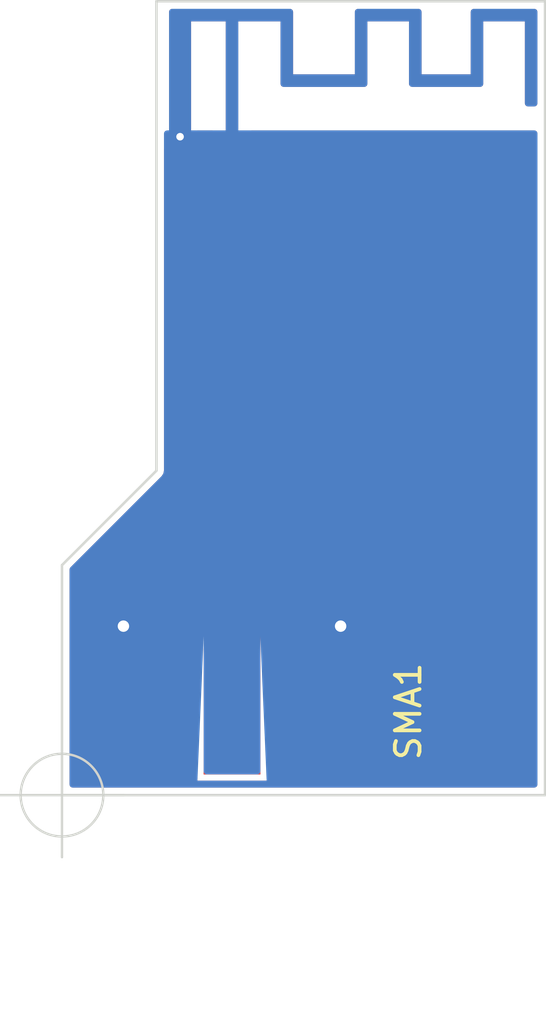
<source format=kicad_pcb>
(kicad_pcb (version 4) (host pcbnew 4.0.5)

  (general
    (links 10)
    (no_connects 0)
    (area 141.518 94.450699 163.549801 135.927001)
    (thickness 1.6)
    (drawings 7)
    (tracks 1)
    (zones 0)
    (modules 1)
    (nets 2)
  )

  (page A4)
  (layers
    (0 F.Cu signal)
    (31 B.Cu signal)
    (32 B.Adhes user hide)
    (33 F.Adhes user hide)
    (34 B.Paste user hide)
    (35 F.Paste user hide)
    (36 B.SilkS user hide)
    (37 F.SilkS user hide)
    (38 B.Mask user hide)
    (39 F.Mask user hide)
    (40 Dwgs.User user hide)
    (41 Cmts.User user hide)
    (42 Eco1.User user hide)
    (43 Eco2.User user hide)
    (44 Edge.Cuts user)
    (45 Margin user hide)
    (46 B.CrtYd user hide)
    (47 F.CrtYd user hide)
    (48 B.Fab user hide)
    (49 F.Fab user hide)
  )

  (setup
    (last_trace_width 0.508)
    (user_trace_width 0.508)
    (user_trace_width 2.29108)
    (trace_clearance 0.2)
    (zone_clearance 0.254)
    (zone_45_only yes)
    (trace_min 0.2)
    (segment_width 0.2)
    (edge_width 0.09652)
    (via_size 0.6)
    (via_drill 0.4)
    (via_min_size 0.2794)
    (via_min_drill 0.3)
    (user_via 0.381 0.3048)
    (uvia_size 0.3)
    (uvia_drill 0.1)
    (uvias_allowed no)
    (uvia_min_size 0.2)
    (uvia_min_drill 0.1)
    (pcb_text_width 0.3)
    (pcb_text_size 1.5 1.5)
    (mod_edge_width 0.15)
    (mod_text_size 1 1)
    (mod_text_width 0.15)
    (pad_size 1.5 1.5)
    (pad_drill 0.6)
    (pad_to_mask_clearance 0)
    (aux_axis_origin 0 0)
    (grid_origin 144.018 126.492)
    (visible_elements FFFFFF7F)
    (pcbplotparams
      (layerselection 0x01000_80000001)
      (usegerberextensions true)
      (usegerberattributes true)
      (excludeedgelayer true)
      (linewidth 0.096520)
      (plotframeref false)
      (viasonmask false)
      (mode 1)
      (useauxorigin false)
      (hpglpennumber 1)
      (hpglpenspeed 20)
      (hpglpendiameter 15)
      (hpglpenoverlay 2)
      (psnegative false)
      (psa4output false)
      (plotreference true)
      (plotvalue true)
      (plotinvisibletext false)
      (padsonsilk false)
      (subtractmaskfromsilk true)
      (outputformat 1)
      (mirror false)
      (drillshape 0)
      (scaleselection 1)
      (outputdirectory ""))
  )

  (net 0 "")
  (net 1 GND)

  (net_class Default "This is the default net class."
    (clearance 0.2)
    (trace_width 0.25)
    (via_dia 0.6)
    (via_drill 0.4)
    (uvia_dia 0.3)
    (uvia_drill 0.1)
    (add_net GND)
  )

  (module Connectors_Molex:Molex_SMA_Jack_Edge_Mount (layer F.Cu) (tedit 587D2992) (tstamp 58AE1DF6)
    (at 150.876 121.412 90)
    (descr "Molex SMA Jack, Edge Mount, http://www.molex.com/pdm_docs/sd/732511150_sd.pdf")
    (tags "sma edge")
    (path /58AB8622)
    (attr smd)
    (fp_text reference SMA1 (at -1.72 7.11 90) (layer F.SilkS)
      (effects (font (size 1 1) (thickness 0.15)))
    )
    (fp_text value SMA_JPXSTEM1 (at -1.72 -7.11 90) (layer F.Fab)
      (effects (font (size 1 1) (thickness 0.15)))
    )
    (fp_line (start -4.76 -0.38) (end 0.49 -0.38) (layer F.Fab) (width 0.1))
    (fp_line (start -4.76 0.38) (end 0.49 0.38) (layer F.Fab) (width 0.1))
    (fp_line (start 0.49 -0.38) (end 0.49 0.38) (layer F.Fab) (width 0.1))
    (fp_line (start 0.49 3.75) (end 0.49 4.76) (layer F.Fab) (width 0.1))
    (fp_line (start 0.49 -4.76) (end 0.49 -3.75) (layer F.Fab) (width 0.1))
    (fp_line (start -14.29 -6.09) (end -14.29 6.09) (layer F.CrtYd) (width 0.05))
    (fp_line (start -14.29 6.09) (end 2.71 6.09) (layer F.CrtYd) (width 0.05))
    (fp_line (start 2.71 -6.09) (end 2.71 6.09) (layer B.CrtYd) (width 0.05))
    (fp_line (start -14.29 -6.09) (end 2.71 -6.09) (layer B.CrtYd) (width 0.05))
    (fp_line (start -14.29 -6.09) (end -14.29 6.09) (layer B.CrtYd) (width 0.05))
    (fp_line (start -14.29 6.09) (end 2.71 6.09) (layer B.CrtYd) (width 0.05))
    (fp_line (start 2.71 -6.09) (end 2.71 6.09) (layer F.CrtYd) (width 0.05))
    (fp_line (start 2.71 -6.09) (end -14.29 -6.09) (layer F.CrtYd) (width 0.05))
    (fp_line (start -4.76 -3.75) (end 0.49 -3.75) (layer F.Fab) (width 0.1))
    (fp_line (start -4.76 3.75) (end 0.49 3.75) (layer F.Fab) (width 0.1))
    (fp_line (start -13.79 -2.65) (end -5.91 -2.65) (layer F.Fab) (width 0.1))
    (fp_line (start -13.79 -2.65) (end -13.79 2.65) (layer F.Fab) (width 0.1))
    (fp_line (start -13.79 2.65) (end -5.91 2.65) (layer F.Fab) (width 0.1))
    (fp_line (start -4.76 -3.75) (end -4.76 3.75) (layer F.Fab) (width 0.1))
    (fp_line (start 0.49 -4.76) (end -5.91 -4.76) (layer F.Fab) (width 0.1))
    (fp_line (start -5.91 -4.76) (end -5.91 4.76) (layer F.Fab) (width 0.1))
    (fp_line (start -5.91 4.76) (end 0.49 4.76) (layer F.Fab) (width 0.1))
    (pad 1 smd rect (at -1.72 0 90) (size 5.08 2.29) (layers F.Cu F.Paste F.Mask)
      (net 1 GND))
    (pad 2 smd rect (at -1.72 -4.38 90) (size 5.08 2.42) (layers F.Cu F.Paste F.Mask)
      (net 1 GND))
    (pad 2 smd rect (at -1.72 4.38 90) (size 5.08 2.42) (layers F.Cu F.Paste F.Mask)
      (net 1 GND))
    (pad 2 smd rect (at -1.72 -4.38 90) (size 5.08 2.42) (layers B.Cu B.Paste B.Mask)
      (net 1 GND))
    (pad 2 smd rect (at -1.72 4.38 90) (size 5.08 2.42) (layers B.Cu B.Paste B.Mask)
      (net 1 GND))
    (pad 2 thru_hole circle (at 1.72 -4.38 90) (size 0.97 0.97) (drill 0.46) (layers *.Cu)
      (net 1 GND))
    (pad 2 thru_hole circle (at 1.72 4.38 90) (size 0.97 0.97) (drill 0.46) (layers *.Cu)
      (net 1 GND))
    (pad 2 smd rect (at 1.27 -4.38 90) (size 0.89 0.46) (layers F.Cu)
      (net 1 GND))
    (pad 2 smd rect (at 1.27 4.38 90) (size 0.89 0.46) (layers F.Cu)
      (net 1 GND))
    (pad 2 smd rect (at 1.27 -4.38 90) (size 0.89 0.46) (layers B.Cu)
      (net 1 GND))
    (pad 2 smd rect (at 1.27 4.38 90) (size 0.89 0.46) (layers B.Cu)
      (net 1 GND))
  )

  (target plus (at 144.018 126.5047) (size 5) (width 0.09652) (layer Edge.Cuts))
  (gr_line (start 163.4998 94.5007) (end 163.4998 126.5047) (angle 90) (layer Edge.Cuts) (width 0.1))
  (gr_line (start 147.828 94.5007) (end 163.4998 94.5007) (angle 90) (layer Edge.Cuts) (width 0.1))
  (gr_line (start 147.828 113.4237) (end 147.828 94.5007) (angle 90) (layer Edge.Cuts) (width 0.1))
  (gr_line (start 144.018 117.2337) (end 147.828 113.4237) (angle 90) (layer Edge.Cuts) (width 0.1))
  (gr_line (start 144.018 126.5047) (end 144.018 117.2337) (angle 90) (layer Edge.Cuts) (width 0.1))
  (gr_line (start 163.4998 126.5047) (end 144.018 126.5047) (angle 90) (layer Edge.Cuts) (width 0.1))

  (via (at 148.7805 99.9617) (size 0.381) (drill 0.3048) (layers F.Cu B.Cu) (net 1))

  (zone (net 1) (net_name GND) (layer F.Cu) (tstamp 58AE73CE) (hatch edge 0.508)
    (connect_pads yes (clearance 0.254))
    (min_thickness 0.254)
    (fill yes (mode segment) (arc_segments 16) (thermal_gap 0.508) (thermal_bridge_width 0.508))
    (polygon
      (pts
        (xy 153.3398 97.4471) (xy 155.829 97.4471) (xy 155.829 94.8055) (xy 158.5214 94.8055) (xy 158.5214 97.4471)
        (xy 160.5026 97.4471) (xy 160.5026 94.8055) (xy 163.195 94.8055) (xy 163.195 98.7425) (xy 162.687 98.7425)
        (xy 162.687 95.3135) (xy 161.0106 95.3135) (xy 161.0106 97.9551) (xy 158.0134 97.9551) (xy 158.0134 95.3135)
        (xy 156.337 95.3135) (xy 156.337 97.9551) (xy 152.8318 97.9551) (xy 152.8318 95.3135) (xy 151.13 95.3135)
        (xy 151.13 99.7077) (xy 152.019 100.7237) (xy 152.019 125.6665) (xy 149.733 125.6665) (xy 149.733 100.7237)
        (xy 150.622 99.7077) (xy 150.622 95.3135) (xy 149.225 95.3135) (xy 149.225 100.2157) (xy 148.844 100.2157)
        (xy 148.844 100.3427) (xy 149.352 100.3427) (xy 149.352 99.7077) (xy 150.368 99.7077) (xy 149.479 100.7237)
        (xy 149.479 125.9205) (xy 152.273 125.9205) (xy 152.273 100.7237) (xy 151.384 99.7077) (xy 163.4998 99.7077)
        (xy 163.4998 126.5047) (xy 144.018 126.5047) (xy 144.018 117.2337) (xy 147.828 113.4237) (xy 147.828 99.7077)
        (xy 148.209 99.7077) (xy 148.209 100.3427) (xy 148.717 100.3427) (xy 148.717 100.2157) (xy 148.336 100.2157)
        (xy 148.336 99.7077) (xy 148.336 94.8055) (xy 153.3398 94.8055)
      )
    )
    (filled_polygon
      (pts
        (xy 149.383423 100.64007) (xy 149.358416 100.683844) (xy 149.352 100.7237) (xy 149.352 125.9205) (xy 149.362006 125.96991)
        (xy 149.390447 126.011535) (xy 149.432841 126.038815) (xy 149.479 126.0475) (xy 152.273 126.0475) (xy 152.32241 126.037494)
        (xy 152.364035 126.009053) (xy 152.391315 125.966659) (xy 152.4 125.9205) (xy 152.4 100.7237) (xy 152.389994 100.67429)
        (xy 152.368577 100.64007) (xy 151.663878 99.8347) (xy 163.0688 99.8347) (xy 163.0688 126.0737) (xy 144.449 126.0737)
        (xy 144.449 117.412226) (xy 148.132763 113.728463) (xy 148.226193 113.588636) (xy 148.259 113.4237) (xy 148.259 100.4697)
        (xy 148.717 100.4697) (xy 148.76641 100.459694) (xy 148.780659 100.449958) (xy 148.797841 100.461015) (xy 148.844 100.4697)
        (xy 149.352 100.4697) (xy 149.40141 100.459694) (xy 149.443035 100.431253) (xy 149.470315 100.388859) (xy 149.479 100.3427)
        (xy 149.479 99.8347) (xy 150.088122 99.8347)
      )
    )
    (filled_polygon
      (pts
        (xy 153.2128 97.4471) (xy 153.222806 97.49651) (xy 153.251247 97.538135) (xy 153.293641 97.565415) (xy 153.3398 97.5741)
        (xy 155.829 97.5741) (xy 155.87841 97.564094) (xy 155.920035 97.535653) (xy 155.947315 97.493259) (xy 155.956 97.4471)
        (xy 155.956 94.9325) (xy 158.3944 94.9325) (xy 158.3944 97.4471) (xy 158.404406 97.49651) (xy 158.432847 97.538135)
        (xy 158.475241 97.565415) (xy 158.5214 97.5741) (xy 160.5026 97.5741) (xy 160.55201 97.564094) (xy 160.593635 97.535653)
        (xy 160.620915 97.493259) (xy 160.6296 97.4471) (xy 160.6296 94.9325) (xy 163.068 94.9325) (xy 163.068 98.6155)
        (xy 162.814 98.6155) (xy 162.814 95.3135) (xy 162.803994 95.26409) (xy 162.775553 95.222465) (xy 162.733159 95.195185)
        (xy 162.687 95.1865) (xy 161.0106 95.1865) (xy 160.96119 95.196506) (xy 160.919565 95.224947) (xy 160.892285 95.267341)
        (xy 160.8836 95.3135) (xy 160.8836 97.8281) (xy 158.1404 97.8281) (xy 158.1404 95.3135) (xy 158.130394 95.26409)
        (xy 158.101953 95.222465) (xy 158.059559 95.195185) (xy 158.0134 95.1865) (xy 156.337 95.1865) (xy 156.28759 95.196506)
        (xy 156.245965 95.224947) (xy 156.218685 95.267341) (xy 156.21 95.3135) (xy 156.21 97.8281) (xy 152.9588 97.8281)
        (xy 152.9588 95.3135) (xy 152.948794 95.26409) (xy 152.920353 95.222465) (xy 152.877959 95.195185) (xy 152.8318 95.1865)
        (xy 151.13 95.1865) (xy 151.08059 95.196506) (xy 151.038965 95.224947) (xy 151.011685 95.267341) (xy 151.003 95.3135)
        (xy 151.003 99.7077) (xy 151.013006 99.75711) (xy 151.034423 99.79133) (xy 151.892 100.771418) (xy 151.892 125.5395)
        (xy 149.86 125.5395) (xy 149.86 100.771418) (xy 150.717577 99.79133) (xy 150.742584 99.747556) (xy 150.749 99.7077)
        (xy 150.749 95.3135) (xy 150.738994 95.26409) (xy 150.710553 95.222465) (xy 150.668159 95.195185) (xy 150.622 95.1865)
        (xy 149.225 95.1865) (xy 149.17559 95.196506) (xy 149.133965 95.224947) (xy 149.106685 95.267341) (xy 149.098 95.3135)
        (xy 149.098 100.0887) (xy 148.844 100.0887) (xy 148.79459 100.098706) (xy 148.780341 100.108442) (xy 148.763159 100.097385)
        (xy 148.717 100.0887) (xy 148.463 100.0887) (xy 148.463 94.9325) (xy 153.2128 94.9325)
      )
    )
    (fill_segments
      (pts (xy 149.479 99.8347) (xy 150.088122 99.8347))
      (pts (xy 151.663878 99.8347) (xy 163.0688 99.8347))
      (pts (xy 149.479 100.0379) (xy 149.910322 100.0379))
      (pts (xy 151.841679 100.0379) (xy 163.0688 100.0379))
      (pts (xy 149.479 100.2411) (xy 149.732522 100.2411))
      (pts (xy 152.019479 100.2411) (xy 163.0688 100.2411))
      (pts (xy 149.423939 100.4443) (xy 149.554722 100.4443))
      (pts (xy 152.197279 100.4443) (xy 163.0688 100.4443))
      (pts (xy 148.259 100.6475) (xy 149.379179 100.6475))
      (pts (xy 152.373228 100.6475) (xy 163.0688 100.6475))
      (pts (xy 148.259 100.8507) (xy 149.352 100.8507))
      (pts (xy 152.4 100.8507) (xy 163.0688 100.8507))
      (pts (xy 148.259 101.0539) (xy 149.352 101.0539))
      (pts (xy 152.4 101.0539) (xy 163.0688 101.0539))
      (pts (xy 148.259 101.2571) (xy 149.352 101.2571))
      (pts (xy 152.4 101.2571) (xy 163.0688 101.2571))
      (pts (xy 148.259 101.4603) (xy 149.352 101.4603))
      (pts (xy 152.4 101.4603) (xy 163.0688 101.4603))
      (pts (xy 148.259 101.6635) (xy 149.352 101.6635))
      (pts (xy 152.4 101.6635) (xy 163.0688 101.6635))
      (pts (xy 148.259 101.8667) (xy 149.352 101.8667))
      (pts (xy 152.4 101.8667) (xy 163.0688 101.8667))
      (pts (xy 148.259 102.0699) (xy 149.352 102.0699))
      (pts (xy 152.4 102.0699) (xy 163.0688 102.0699))
      (pts (xy 148.259 102.2731) (xy 149.352 102.2731))
      (pts (xy 152.4 102.2731) (xy 163.0688 102.2731))
      (pts (xy 148.259 102.4763) (xy 149.352 102.4763))
      (pts (xy 152.4 102.4763) (xy 163.0688 102.4763))
      (pts (xy 148.259 102.6795) (xy 149.352 102.6795))
      (pts (xy 152.4 102.6795) (xy 163.0688 102.6795))
      (pts (xy 148.259 102.8827) (xy 149.352 102.8827))
      (pts (xy 152.4 102.8827) (xy 163.0688 102.8827))
      (pts (xy 148.259 103.0859) (xy 149.352 103.0859))
      (pts (xy 152.4 103.0859) (xy 163.0688 103.0859))
      (pts (xy 148.259 103.2891) (xy 149.352 103.2891))
      (pts (xy 152.4 103.2891) (xy 163.0688 103.2891))
      (pts (xy 148.259 103.4923) (xy 149.352 103.4923))
      (pts (xy 152.4 103.4923) (xy 163.0688 103.4923))
      (pts (xy 148.259 103.6955) (xy 149.352 103.6955))
      (pts (xy 152.4 103.6955) (xy 163.0688 103.6955))
      (pts (xy 148.259 103.8987) (xy 149.352 103.8987))
      (pts (xy 152.4 103.8987) (xy 163.0688 103.8987))
      (pts (xy 148.259 104.1019) (xy 149.352 104.1019))
      (pts (xy 152.4 104.1019) (xy 163.0688 104.1019))
      (pts (xy 148.259 104.3051) (xy 149.352 104.3051))
      (pts (xy 152.4 104.3051) (xy 163.0688 104.3051))
      (pts (xy 148.259 104.5083) (xy 149.352 104.5083))
      (pts (xy 152.4 104.5083) (xy 163.0688 104.5083))
      (pts (xy 148.259 104.7115) (xy 149.352 104.7115))
      (pts (xy 152.4 104.7115) (xy 163.0688 104.7115))
      (pts (xy 148.259 104.9147) (xy 149.352 104.9147))
      (pts (xy 152.4 104.9147) (xy 163.0688 104.9147))
      (pts (xy 148.259 105.1179) (xy 149.352 105.1179))
      (pts (xy 152.4 105.1179) (xy 163.0688 105.1179))
      (pts (xy 148.259 105.3211) (xy 149.352 105.3211))
      (pts (xy 152.4 105.3211) (xy 163.0688 105.3211))
      (pts (xy 148.259 105.5243) (xy 149.352 105.5243))
      (pts (xy 152.4 105.5243) (xy 163.0688 105.5243))
      (pts (xy 148.259 105.7275) (xy 149.352 105.7275))
      (pts (xy 152.4 105.7275) (xy 163.0688 105.7275))
      (pts (xy 148.259 105.9307) (xy 149.352 105.9307))
      (pts (xy 152.4 105.9307) (xy 163.0688 105.9307))
      (pts (xy 148.259 106.1339) (xy 149.352 106.1339))
      (pts (xy 152.4 106.1339) (xy 163.0688 106.1339))
      (pts (xy 148.259 106.3371) (xy 149.352 106.3371))
      (pts (xy 152.4 106.3371) (xy 163.0688 106.3371))
      (pts (xy 148.259 106.5403) (xy 149.352 106.5403))
      (pts (xy 152.4 106.5403) (xy 163.0688 106.5403))
      (pts (xy 148.259 106.7435) (xy 149.352 106.7435))
      (pts (xy 152.4 106.7435) (xy 163.0688 106.7435))
      (pts (xy 148.259 106.9467) (xy 149.352 106.9467))
      (pts (xy 152.4 106.9467) (xy 163.0688 106.9467))
      (pts (xy 148.259 107.1499) (xy 149.352 107.1499))
      (pts (xy 152.4 107.1499) (xy 163.0688 107.1499))
      (pts (xy 148.259 107.3531) (xy 149.352 107.3531))
      (pts (xy 152.4 107.3531) (xy 163.0688 107.3531))
      (pts (xy 148.259 107.5563) (xy 149.352 107.5563))
      (pts (xy 152.4 107.5563) (xy 163.0688 107.5563))
      (pts (xy 148.259 107.7595) (xy 149.352 107.7595))
      (pts (xy 152.4 107.7595) (xy 163.0688 107.7595))
      (pts (xy 148.259 107.9627) (xy 149.352 107.9627))
      (pts (xy 152.4 107.9627) (xy 163.0688 107.9627))
      (pts (xy 148.259 108.1659) (xy 149.352 108.1659))
      (pts (xy 152.4 108.1659) (xy 163.0688 108.1659))
      (pts (xy 148.259 108.3691) (xy 149.352 108.3691))
      (pts (xy 152.4 108.3691) (xy 163.0688 108.3691))
      (pts (xy 148.259 108.5723) (xy 149.352 108.5723))
      (pts (xy 152.4 108.5723) (xy 163.0688 108.5723))
      (pts (xy 148.259 108.7755) (xy 149.352 108.7755))
      (pts (xy 152.4 108.7755) (xy 163.0688 108.7755))
      (pts (xy 148.259 108.9787) (xy 149.352 108.9787))
      (pts (xy 152.4 108.9787) (xy 163.0688 108.9787))
      (pts (xy 148.259 109.1819) (xy 149.352 109.1819))
      (pts (xy 152.4 109.1819) (xy 163.0688 109.1819))
      (pts (xy 148.259 109.3851) (xy 149.352 109.3851))
      (pts (xy 152.4 109.3851) (xy 163.0688 109.3851))
      (pts (xy 148.259 109.5883) (xy 149.352 109.5883))
      (pts (xy 152.4 109.5883) (xy 163.0688 109.5883))
      (pts (xy 148.259 109.7915) (xy 149.352 109.7915))
      (pts (xy 152.4 109.7915) (xy 163.0688 109.7915))
      (pts (xy 148.259 109.9947) (xy 149.352 109.9947))
      (pts (xy 152.4 109.9947) (xy 163.0688 109.9947))
      (pts (xy 148.259 110.1979) (xy 149.352 110.1979))
      (pts (xy 152.4 110.1979) (xy 163.0688 110.1979))
      (pts (xy 148.259 110.4011) (xy 149.352 110.4011))
      (pts (xy 152.4 110.4011) (xy 163.0688 110.4011))
      (pts (xy 148.259 110.6043) (xy 149.352 110.6043))
      (pts (xy 152.4 110.6043) (xy 163.0688 110.6043))
      (pts (xy 148.259 110.8075) (xy 149.352 110.8075))
      (pts (xy 152.4 110.8075) (xy 163.0688 110.8075))
      (pts (xy 148.259 111.0107) (xy 149.352 111.0107))
      (pts (xy 152.4 111.0107) (xy 163.0688 111.0107))
      (pts (xy 148.259 111.2139) (xy 149.352 111.2139))
      (pts (xy 152.4 111.2139) (xy 163.0688 111.2139))
      (pts (xy 148.259 111.4171) (xy 149.352 111.4171))
      (pts (xy 152.4 111.4171) (xy 163.0688 111.4171))
      (pts (xy 148.259 111.6203) (xy 149.352 111.6203))
      (pts (xy 152.4 111.6203) (xy 163.0688 111.6203))
      (pts (xy 148.259 111.8235) (xy 149.352 111.8235))
      (pts (xy 152.4 111.8235) (xy 163.0688 111.8235))
      (pts (xy 148.259 112.0267) (xy 149.352 112.0267))
      (pts (xy 152.4 112.0267) (xy 163.0688 112.0267))
      (pts (xy 148.259 112.2299) (xy 149.352 112.2299))
      (pts (xy 152.4 112.2299) (xy 163.0688 112.2299))
      (pts (xy 148.259 112.4331) (xy 149.352 112.4331))
      (pts (xy 152.4 112.4331) (xy 163.0688 112.4331))
      (pts (xy 148.259 112.6363) (xy 149.352 112.6363))
      (pts (xy 152.4 112.6363) (xy 163.0688 112.6363))
      (pts (xy 148.259 112.8395) (xy 149.352 112.8395))
      (pts (xy 152.4 112.8395) (xy 163.0688 112.8395))
      (pts (xy 148.259 113.0427) (xy 149.352 113.0427))
      (pts (xy 152.4 113.0427) (xy 163.0688 113.0427))
      (pts (xy 148.259 113.2459) (xy 149.352 113.2459))
      (pts (xy 152.4 113.2459) (xy 163.0688 113.2459))
      (pts (xy 148.253947 113.4491) (xy 149.352 113.4491))
      (pts (xy 152.4 113.4491) (xy 163.0688 113.4491))
      (pts (xy 148.183653 113.6523) (xy 149.352 113.6523))
      (pts (xy 152.4 113.6523) (xy 163.0688 113.6523))
      (pts (xy 148.005726 113.8555) (xy 149.352 113.8555))
      (pts (xy 152.4 113.8555) (xy 163.0688 113.8555))
      (pts (xy 147.802526 114.0587) (xy 149.352 114.0587))
      (pts (xy 152.4 114.0587) (xy 163.0688 114.0587))
      (pts (xy 147.599326 114.2619) (xy 149.352 114.2619))
      (pts (xy 152.4 114.2619) (xy 163.0688 114.2619))
      (pts (xy 147.396126 114.4651) (xy 149.352 114.4651))
      (pts (xy 152.4 114.4651) (xy 163.0688 114.4651))
      (pts (xy 147.192926 114.6683) (xy 149.352 114.6683))
      (pts (xy 152.4 114.6683) (xy 163.0688 114.6683))
      (pts (xy 146.989726 114.8715) (xy 149.352 114.8715))
      (pts (xy 152.4 114.8715) (xy 163.0688 114.8715))
      (pts (xy 146.786526 115.0747) (xy 149.352 115.0747))
      (pts (xy 152.4 115.0747) (xy 163.0688 115.0747))
      (pts (xy 146.583326 115.2779) (xy 149.352 115.2779))
      (pts (xy 152.4 115.2779) (xy 163.0688 115.2779))
      (pts (xy 146.380126 115.4811) (xy 149.352 115.4811))
      (pts (xy 152.4 115.4811) (xy 163.0688 115.4811))
      (pts (xy 146.176926 115.6843) (xy 149.352 115.6843))
      (pts (xy 152.4 115.6843) (xy 163.0688 115.6843))
      (pts (xy 145.973726 115.8875) (xy 149.352 115.8875))
      (pts (xy 152.4 115.8875) (xy 163.0688 115.8875))
      (pts (xy 145.770526 116.0907) (xy 149.352 116.0907))
      (pts (xy 152.4 116.0907) (xy 163.0688 116.0907))
      (pts (xy 145.567326 116.2939) (xy 149.352 116.2939))
      (pts (xy 152.4 116.2939) (xy 163.0688 116.2939))
      (pts (xy 145.364126 116.4971) (xy 149.352 116.4971))
      (pts (xy 152.4 116.4971) (xy 163.0688 116.4971))
      (pts (xy 145.160926 116.7003) (xy 149.352 116.7003))
      (pts (xy 152.4 116.7003) (xy 163.0688 116.7003))
      (pts (xy 144.957726 116.9035) (xy 149.352 116.9035))
      (pts (xy 152.4 116.9035) (xy 163.0688 116.9035))
      (pts (xy 144.754526 117.1067) (xy 149.352 117.1067))
      (pts (xy 152.4 117.1067) (xy 163.0688 117.1067))
      (pts (xy 144.551326 117.3099) (xy 149.352 117.3099))
      (pts (xy 152.4 117.3099) (xy 163.0688 117.3099))
      (pts (xy 144.449 117.5131) (xy 149.352 117.5131))
      (pts (xy 152.4 117.5131) (xy 163.0688 117.5131))
      (pts (xy 144.449 117.7163) (xy 149.352 117.7163))
      (pts (xy 152.4 117.7163) (xy 163.0688 117.7163))
      (pts (xy 144.449 117.9195) (xy 149.352 117.9195))
      (pts (xy 152.4 117.9195) (xy 163.0688 117.9195))
      (pts (xy 144.449 118.1227) (xy 149.352 118.1227))
      (pts (xy 152.4 118.1227) (xy 163.0688 118.1227))
      (pts (xy 144.449 118.3259) (xy 149.352 118.3259))
      (pts (xy 152.4 118.3259) (xy 163.0688 118.3259))
      (pts (xy 144.449 118.5291) (xy 149.352 118.5291))
      (pts (xy 152.4 118.5291) (xy 163.0688 118.5291))
      (pts (xy 144.449 118.7323) (xy 149.352 118.7323))
      (pts (xy 152.4 118.7323) (xy 163.0688 118.7323))
      (pts (xy 144.449 118.9355) (xy 149.352 118.9355))
      (pts (xy 152.4 118.9355) (xy 163.0688 118.9355))
      (pts (xy 144.449 119.1387) (xy 149.352 119.1387))
      (pts (xy 152.4 119.1387) (xy 163.0688 119.1387))
      (pts (xy 144.449 119.3419) (xy 149.352 119.3419))
      (pts (xy 152.4 119.3419) (xy 163.0688 119.3419))
      (pts (xy 144.449 119.5451) (xy 149.352 119.5451))
      (pts (xy 152.4 119.5451) (xy 163.0688 119.5451))
      (pts (xy 144.449 119.7483) (xy 149.352 119.7483))
      (pts (xy 152.4 119.7483) (xy 163.0688 119.7483))
      (pts (xy 144.449 119.9515) (xy 149.352 119.9515))
      (pts (xy 152.4 119.9515) (xy 163.0688 119.9515))
      (pts (xy 144.449 120.1547) (xy 149.352 120.1547))
      (pts (xy 152.4 120.1547) (xy 163.0688 120.1547))
      (pts (xy 144.449 120.3579) (xy 149.352 120.3579))
      (pts (xy 152.4 120.3579) (xy 163.0688 120.3579))
      (pts (xy 144.449 120.5611) (xy 149.352 120.5611))
      (pts (xy 152.4 120.5611) (xy 163.0688 120.5611))
      (pts (xy 144.449 120.7643) (xy 149.352 120.7643))
      (pts (xy 152.4 120.7643) (xy 163.0688 120.7643))
      (pts (xy 144.449 120.9675) (xy 149.352 120.9675))
      (pts (xy 152.4 120.9675) (xy 163.0688 120.9675))
      (pts (xy 144.449 121.1707) (xy 149.352 121.1707))
      (pts (xy 152.4 121.1707) (xy 163.0688 121.1707))
      (pts (xy 144.449 121.3739) (xy 149.352 121.3739))
      (pts (xy 152.4 121.3739) (xy 163.0688 121.3739))
      (pts (xy 144.449 121.5771) (xy 149.352 121.5771))
      (pts (xy 152.4 121.5771) (xy 163.0688 121.5771))
      (pts (xy 144.449 121.7803) (xy 149.352 121.7803))
      (pts (xy 152.4 121.7803) (xy 163.0688 121.7803))
      (pts (xy 144.449 121.9835) (xy 149.352 121.9835))
      (pts (xy 152.4 121.9835) (xy 163.0688 121.9835))
      (pts (xy 144.449 122.1867) (xy 149.352 122.1867))
      (pts (xy 152.4 122.1867) (xy 163.0688 122.1867))
      (pts (xy 144.449 122.3899) (xy 149.352 122.3899))
      (pts (xy 152.4 122.3899) (xy 163.0688 122.3899))
      (pts (xy 144.449 122.5931) (xy 149.352 122.5931))
      (pts (xy 152.4 122.5931) (xy 163.0688 122.5931))
      (pts (xy 144.449 122.7963) (xy 149.352 122.7963))
      (pts (xy 152.4 122.7963) (xy 163.0688 122.7963))
      (pts (xy 144.449 122.9995) (xy 149.352 122.9995))
      (pts (xy 152.4 122.9995) (xy 163.0688 122.9995))
      (pts (xy 144.449 123.2027) (xy 149.352 123.2027))
      (pts (xy 152.4 123.2027) (xy 163.0688 123.2027))
      (pts (xy 144.449 123.4059) (xy 149.352 123.4059))
      (pts (xy 152.4 123.4059) (xy 163.0688 123.4059))
      (pts (xy 144.449 123.6091) (xy 149.352 123.6091))
      (pts (xy 152.4 123.6091) (xy 163.0688 123.6091))
      (pts (xy 144.449 123.8123) (xy 149.352 123.8123))
      (pts (xy 152.4 123.8123) (xy 163.0688 123.8123))
      (pts (xy 144.449 124.0155) (xy 149.352 124.0155))
      (pts (xy 152.4 124.0155) (xy 163.0688 124.0155))
      (pts (xy 144.449 124.2187) (xy 149.352 124.2187))
      (pts (xy 152.4 124.2187) (xy 163.0688 124.2187))
      (pts (xy 144.449 124.4219) (xy 149.352 124.4219))
      (pts (xy 152.4 124.4219) (xy 163.0688 124.4219))
      (pts (xy 144.449 124.6251) (xy 149.352 124.6251))
      (pts (xy 152.4 124.6251) (xy 163.0688 124.6251))
      (pts (xy 144.449 124.8283) (xy 149.352 124.8283))
      (pts (xy 152.4 124.8283) (xy 163.0688 124.8283))
      (pts (xy 144.449 125.0315) (xy 149.352 125.0315))
      (pts (xy 152.4 125.0315) (xy 163.0688 125.0315))
      (pts (xy 144.449 125.2347) (xy 149.352 125.2347))
      (pts (xy 152.4 125.2347) (xy 163.0688 125.2347))
      (pts (xy 144.449 125.4379) (xy 149.352 125.4379))
      (pts (xy 152.4 125.4379) (xy 163.0688 125.4379))
      (pts (xy 144.449 125.6411) (xy 149.352 125.6411))
      (pts (xy 152.4 125.6411) (xy 163.0688 125.6411))
      (pts (xy 144.449 125.8443) (xy 149.352 125.8443))
      (pts (xy 152.4 125.8443) (xy 163.0688 125.8443))
      (pts (xy 144.449 126.0475) (xy 163.0688 126.0475))
      (pts (xy 148.463 94.9325) (xy 153.2128 94.9325))
      (pts (xy 155.956 94.9325) (xy 158.3944 94.9325))
      (pts (xy 160.6296 94.9325) (xy 163.068 94.9325))
      (pts (xy 148.463 95.1357) (xy 153.2128 95.1357))
      (pts (xy 155.956 95.1357) (xy 158.3944 95.1357))
      (pts (xy 160.6296 95.1357) (xy 163.068 95.1357))
      (pts (xy 148.463 95.3389) (xy 149.098 95.3389))
      (pts (xy 150.749 95.3389) (xy 151.003 95.3389))
      (pts (xy 152.9588 95.3389) (xy 153.2128 95.3389))
      (pts (xy 155.956 95.3389) (xy 156.21 95.3389))
      (pts (xy 158.1404 95.3389) (xy 158.3944 95.3389))
      (pts (xy 160.6296 95.3389) (xy 160.8836 95.3389))
      (pts (xy 162.814 95.3389) (xy 163.068 95.3389))
      (pts (xy 148.463 95.5421) (xy 149.098 95.5421))
      (pts (xy 150.749 95.5421) (xy 151.003 95.5421))
      (pts (xy 152.9588 95.5421) (xy 153.2128 95.5421))
      (pts (xy 155.956 95.5421) (xy 156.21 95.5421))
      (pts (xy 158.1404 95.5421) (xy 158.3944 95.5421))
      (pts (xy 160.6296 95.5421) (xy 160.8836 95.5421))
      (pts (xy 162.814 95.5421) (xy 163.068 95.5421))
      (pts (xy 148.463 95.7453) (xy 149.098 95.7453))
      (pts (xy 150.749 95.7453) (xy 151.003 95.7453))
      (pts (xy 152.9588 95.7453) (xy 153.2128 95.7453))
      (pts (xy 155.956 95.7453) (xy 156.21 95.7453))
      (pts (xy 158.1404 95.7453) (xy 158.3944 95.7453))
      (pts (xy 160.6296 95.7453) (xy 160.8836 95.7453))
      (pts (xy 162.814 95.7453) (xy 163.068 95.7453))
      (pts (xy 148.463 95.9485) (xy 149.098 95.9485))
      (pts (xy 150.749 95.9485) (xy 151.003 95.9485))
      (pts (xy 152.9588 95.9485) (xy 153.2128 95.9485))
      (pts (xy 155.956 95.9485) (xy 156.21 95.9485))
      (pts (xy 158.1404 95.9485) (xy 158.3944 95.9485))
      (pts (xy 160.6296 95.9485) (xy 160.8836 95.9485))
      (pts (xy 162.814 95.9485) (xy 163.068 95.9485))
      (pts (xy 148.463 96.1517) (xy 149.098 96.1517))
      (pts (xy 150.749 96.1517) (xy 151.003 96.1517))
      (pts (xy 152.9588 96.1517) (xy 153.2128 96.1517))
      (pts (xy 155.956 96.1517) (xy 156.21 96.1517))
      (pts (xy 158.1404 96.1517) (xy 158.3944 96.1517))
      (pts (xy 160.6296 96.1517) (xy 160.8836 96.1517))
      (pts (xy 162.814 96.1517) (xy 163.068 96.1517))
      (pts (xy 148.463 96.3549) (xy 149.098 96.3549))
      (pts (xy 150.749 96.3549) (xy 151.003 96.3549))
      (pts (xy 152.9588 96.3549) (xy 153.2128 96.3549))
      (pts (xy 155.956 96.3549) (xy 156.21 96.3549))
      (pts (xy 158.1404 96.3549) (xy 158.3944 96.3549))
      (pts (xy 160.6296 96.3549) (xy 160.8836 96.3549))
      (pts (xy 162.814 96.3549) (xy 163.068 96.3549))
      (pts (xy 148.463 96.5581) (xy 149.098 96.5581))
      (pts (xy 150.749 96.5581) (xy 151.003 96.5581))
      (pts (xy 152.9588 96.5581) (xy 153.2128 96.5581))
      (pts (xy 155.956 96.5581) (xy 156.21 96.5581))
      (pts (xy 158.1404 96.5581) (xy 158.3944 96.5581))
      (pts (xy 160.6296 96.5581) (xy 160.8836 96.5581))
      (pts (xy 162.814 96.5581) (xy 163.068 96.5581))
      (pts (xy 148.463 96.7613) (xy 149.098 96.7613))
      (pts (xy 150.749 96.7613) (xy 151.003 96.7613))
      (pts (xy 152.9588 96.7613) (xy 153.2128 96.7613))
      (pts (xy 155.956 96.7613) (xy 156.21 96.7613))
      (pts (xy 158.1404 96.7613) (xy 158.3944 96.7613))
      (pts (xy 160.6296 96.7613) (xy 160.8836 96.7613))
      (pts (xy 162.814 96.7613) (xy 163.068 96.7613))
      (pts (xy 148.463 96.9645) (xy 149.098 96.9645))
      (pts (xy 150.749 96.9645) (xy 151.003 96.9645))
      (pts (xy 152.9588 96.9645) (xy 153.2128 96.9645))
      (pts (xy 155.956 96.9645) (xy 156.21 96.9645))
      (pts (xy 158.1404 96.9645) (xy 158.3944 96.9645))
      (pts (xy 160.6296 96.9645) (xy 160.8836 96.9645))
      (pts (xy 162.814 96.9645) (xy 163.068 96.9645))
      (pts (xy 148.463 97.1677) (xy 149.098 97.1677))
      (pts (xy 150.749 97.1677) (xy 151.003 97.1677))
      (pts (xy 152.9588 97.1677) (xy 153.2128 97.1677))
      (pts (xy 155.956 97.1677) (xy 156.21 97.1677))
      (pts (xy 158.1404 97.1677) (xy 158.3944 97.1677))
      (pts (xy 160.6296 97.1677) (xy 160.8836 97.1677))
      (pts (xy 162.814 97.1677) (xy 163.068 97.1677))
      (pts (xy 148.463 97.3709) (xy 149.098 97.3709))
      (pts (xy 150.749 97.3709) (xy 151.003 97.3709))
      (pts (xy 152.9588 97.3709) (xy 153.2128 97.3709))
      (pts (xy 155.956 97.3709) (xy 156.21 97.3709))
      (pts (xy 158.1404 97.3709) (xy 158.3944 97.3709))
      (pts (xy 160.6296 97.3709) (xy 160.8836 97.3709))
      (pts (xy 162.814 97.3709) (xy 163.068 97.3709))
      (pts (xy 148.463 97.5741) (xy 149.098 97.5741))
      (pts (xy 150.749 97.5741) (xy 151.003 97.5741))
      (pts (xy 152.9588 97.5741) (xy 156.21 97.5741))
      (pts (xy 158.1404 97.5741) (xy 160.8836 97.5741))
      (pts (xy 162.814 97.5741) (xy 163.068 97.5741))
      (pts (xy 148.463 97.7773) (xy 149.098 97.7773))
      (pts (xy 150.749 97.7773) (xy 151.003 97.7773))
      (pts (xy 152.9588 97.7773) (xy 156.21 97.7773))
      (pts (xy 158.1404 97.7773) (xy 160.8836 97.7773))
      (pts (xy 162.814 97.7773) (xy 163.068 97.7773))
      (pts (xy 148.463 97.9805) (xy 149.098 97.9805))
      (pts (xy 150.749 97.9805) (xy 151.003 97.9805))
      (pts (xy 162.814 97.9805) (xy 163.068 97.9805))
      (pts (xy 148.463 98.1837) (xy 149.098 98.1837))
      (pts (xy 150.749 98.1837) (xy 151.003 98.1837))
      (pts (xy 162.814 98.1837) (xy 163.068 98.1837))
      (pts (xy 148.463 98.3869) (xy 149.098 98.3869))
      (pts (xy 150.749 98.3869) (xy 151.003 98.3869))
      (pts (xy 162.814 98.3869) (xy 163.068 98.3869))
      (pts (xy 148.463 98.5901) (xy 149.098 98.5901))
      (pts (xy 150.749 98.5901) (xy 151.003 98.5901))
      (pts (xy 162.814 98.5901) (xy 163.068 98.5901))
      (pts (xy 148.463 98.7933) (xy 149.098 98.7933))
      (pts (xy 150.749 98.7933) (xy 151.003 98.7933))
      (pts (xy 148.463 98.9965) (xy 149.098 98.9965))
      (pts (xy 150.749 98.9965) (xy 151.003 98.9965))
      (pts (xy 148.463 99.1997) (xy 149.098 99.1997))
      (pts (xy 150.749 99.1997) (xy 151.003 99.1997))
      (pts (xy 148.463 99.4029) (xy 149.098 99.4029))
      (pts (xy 150.749 99.4029) (xy 151.003 99.4029))
      (pts (xy 148.463 99.6061) (xy 149.098 99.6061))
      (pts (xy 150.749 99.6061) (xy 151.003 99.6061))
      (pts (xy 148.463 99.8093) (xy 149.098 99.8093))
      (pts (xy 150.701853 99.8093) (xy 151.050146 99.8093))
      (pts (xy 148.463 100.0125) (xy 149.098 100.0125))
      (pts (xy 150.524053 100.0125) (xy 151.227946 100.0125))
      (pts (xy 150.346253 100.2157) (xy 151.405746 100.2157))
      (pts (xy 150.168453 100.4189) (xy 151.583546 100.4189))
      (pts (xy 149.990653 100.6221) (xy 151.761346 100.6221))
      (pts (xy 149.86 100.8253) (xy 151.892 100.8253))
      (pts (xy 149.86 101.0285) (xy 151.892 101.0285))
      (pts (xy 149.86 101.2317) (xy 151.892 101.2317))
      (pts (xy 149.86 101.4349) (xy 151.892 101.4349))
      (pts (xy 149.86 101.6381) (xy 151.892 101.6381))
      (pts (xy 149.86 101.8413) (xy 151.892 101.8413))
      (pts (xy 149.86 102.0445) (xy 151.892 102.0445))
      (pts (xy 149.86 102.2477) (xy 151.892 102.2477))
      (pts (xy 149.86 102.4509) (xy 151.892 102.4509))
      (pts (xy 149.86 102.6541) (xy 151.892 102.6541))
      (pts (xy 149.86 102.8573) (xy 151.892 102.8573))
      (pts (xy 149.86 103.0605) (xy 151.892 103.0605))
      (pts (xy 149.86 103.2637) (xy 151.892 103.2637))
      (pts (xy 149.86 103.4669) (xy 151.892 103.4669))
      (pts (xy 149.86 103.6701) (xy 151.892 103.6701))
      (pts (xy 149.86 103.8733) (xy 151.892 103.8733))
      (pts (xy 149.86 104.0765) (xy 151.892 104.0765))
      (pts (xy 149.86 104.2797) (xy 151.892 104.2797))
      (pts (xy 149.86 104.4829) (xy 151.892 104.4829))
      (pts (xy 149.86 104.6861) (xy 151.892 104.6861))
      (pts (xy 149.86 104.8893) (xy 151.892 104.8893))
      (pts (xy 149.86 105.0925) (xy 151.892 105.0925))
      (pts (xy 149.86 105.2957) (xy 151.892 105.2957))
      (pts (xy 149.86 105.4989) (xy 151.892 105.4989))
      (pts (xy 149.86 105.7021) (xy 151.892 105.7021))
      (pts (xy 149.86 105.9053) (xy 151.892 105.9053))
      (pts (xy 149.86 106.1085) (xy 151.892 106.1085))
      (pts (xy 149.86 106.3117) (xy 151.892 106.3117))
      (pts (xy 149.86 106.5149) (xy 151.892 106.5149))
      (pts (xy 149.86 106.7181) (xy 151.892 106.7181))
      (pts (xy 149.86 106.9213) (xy 151.892 106.9213))
      (pts (xy 149.86 107.1245) (xy 151.892 107.1245))
      (pts (xy 149.86 107.3277) (xy 151.892 107.3277))
      (pts (xy 149.86 107.5309) (xy 151.892 107.5309))
      (pts (xy 149.86 107.7341) (xy 151.892 107.7341))
      (pts (xy 149.86 107.9373) (xy 151.892 107.9373))
      (pts (xy 149.86 108.1405) (xy 151.892 108.1405))
      (pts (xy 149.86 108.3437) (xy 151.892 108.3437))
      (pts (xy 149.86 108.5469) (xy 151.892 108.5469))
      (pts (xy 149.86 108.7501) (xy 151.892 108.7501))
      (pts (xy 149.86 108.9533) (xy 151.892 108.9533))
      (pts (xy 149.86 109.1565) (xy 151.892 109.1565))
      (pts (xy 149.86 109.3597) (xy 151.892 109.3597))
      (pts (xy 149.86 109.5629) (xy 151.892 109.5629))
      (pts (xy 149.86 109.7661) (xy 151.892 109.7661))
      (pts (xy 149.86 109.9693) (xy 151.892 109.9693))
      (pts (xy 149.86 110.1725) (xy 151.892 110.1725))
      (pts (xy 149.86 110.3757) (xy 151.892 110.3757))
      (pts (xy 149.86 110.5789) (xy 151.892 110.5789))
      (pts (xy 149.86 110.7821) (xy 151.892 110.7821))
      (pts (xy 149.86 110.9853) (xy 151.892 110.9853))
      (pts (xy 149.86 111.1885) (xy 151.892 111.1885))
      (pts (xy 149.86 111.3917) (xy 151.892 111.3917))
      (pts (xy 149.86 111.5949) (xy 151.892 111.5949))
      (pts (xy 149.86 111.7981) (xy 151.892 111.7981))
      (pts (xy 149.86 112.0013) (xy 151.892 112.0013))
      (pts (xy 149.86 112.2045) (xy 151.892 112.2045))
      (pts (xy 149.86 112.4077) (xy 151.892 112.4077))
      (pts (xy 149.86 112.6109) (xy 151.892 112.6109))
      (pts (xy 149.86 112.8141) (xy 151.892 112.8141))
      (pts (xy 149.86 113.0173) (xy 151.892 113.0173))
      (pts (xy 149.86 113.2205) (xy 151.892 113.2205))
      (pts (xy 149.86 113.4237) (xy 151.892 113.4237))
      (pts (xy 149.86 113.6269) (xy 151.892 113.6269))
      (pts (xy 149.86 113.8301) (xy 151.892 113.8301))
      (pts (xy 149.86 114.0333) (xy 151.892 114.0333))
      (pts (xy 149.86 114.2365) (xy 151.892 114.2365))
      (pts (xy 149.86 114.4397) (xy 151.892 114.4397))
      (pts (xy 149.86 114.6429) (xy 151.892 114.6429))
      (pts (xy 149.86 114.8461) (xy 151.892 114.8461))
      (pts (xy 149.86 115.0493) (xy 151.892 115.0493))
      (pts (xy 149.86 115.2525) (xy 151.892 115.2525))
      (pts (xy 149.86 115.4557) (xy 151.892 115.4557))
      (pts (xy 149.86 115.6589) (xy 151.892 115.6589))
      (pts (xy 149.86 115.8621) (xy 151.892 115.8621))
      (pts (xy 149.86 116.0653) (xy 151.892 116.0653))
      (pts (xy 149.86 116.2685) (xy 151.892 116.2685))
      (pts (xy 149.86 116.4717) (xy 151.892 116.4717))
      (pts (xy 149.86 116.6749) (xy 151.892 116.6749))
      (pts (xy 149.86 116.8781) (xy 151.892 116.8781))
      (pts (xy 149.86 117.0813) (xy 151.892 117.0813))
      (pts (xy 149.86 117.2845) (xy 151.892 117.2845))
      (pts (xy 149.86 117.4877) (xy 151.892 117.4877))
      (pts (xy 149.86 117.6909) (xy 151.892 117.6909))
      (pts (xy 149.86 117.8941) (xy 151.892 117.8941))
      (pts (xy 149.86 118.0973) (xy 151.892 118.0973))
      (pts (xy 149.86 118.3005) (xy 151.892 118.3005))
      (pts (xy 149.86 118.5037) (xy 151.892 118.5037))
      (pts (xy 149.86 118.7069) (xy 151.892 118.7069))
      (pts (xy 149.86 118.9101) (xy 151.892 118.9101))
      (pts (xy 149.86 119.1133) (xy 151.892 119.1133))
      (pts (xy 149.86 119.3165) (xy 151.892 119.3165))
      (pts (xy 149.86 119.5197) (xy 151.892 119.5197))
      (pts (xy 149.86 119.7229) (xy 151.892 119.7229))
      (pts (xy 149.86 119.9261) (xy 151.892 119.9261))
      (pts (xy 149.86 120.1293) (xy 151.892 120.1293))
      (pts (xy 149.86 120.3325) (xy 151.892 120.3325))
      (pts (xy 149.86 120.5357) (xy 151.892 120.5357))
      (pts (xy 149.86 120.7389) (xy 151.892 120.7389))
      (pts (xy 149.86 120.9421) (xy 151.892 120.9421))
      (pts (xy 149.86 121.1453) (xy 151.892 121.1453))
      (pts (xy 149.86 121.3485) (xy 151.892 121.3485))
      (pts (xy 149.86 121.5517) (xy 151.892 121.5517))
      (pts (xy 149.86 121.7549) (xy 151.892 121.7549))
      (pts (xy 149.86 121.9581) (xy 151.892 121.9581))
      (pts (xy 149.86 122.1613) (xy 151.892 122.1613))
      (pts (xy 149.86 122.3645) (xy 151.892 122.3645))
      (pts (xy 149.86 122.5677) (xy 151.892 122.5677))
      (pts (xy 149.86 122.7709) (xy 151.892 122.7709))
      (pts (xy 149.86 122.9741) (xy 151.892 122.9741))
      (pts (xy 149.86 123.1773) (xy 151.892 123.1773))
      (pts (xy 149.86 123.3805) (xy 151.892 123.3805))
      (pts (xy 149.86 123.5837) (xy 151.892 123.5837))
      (pts (xy 149.86 123.7869) (xy 151.892 123.7869))
      (pts (xy 149.86 123.9901) (xy 151.892 123.9901))
      (pts (xy 149.86 124.1933) (xy 151.892 124.1933))
      (pts (xy 149.86 124.3965) (xy 151.892 124.3965))
      (pts (xy 149.86 124.5997) (xy 151.892 124.5997))
      (pts (xy 149.86 124.8029) (xy 151.892 124.8029))
      (pts (xy 149.86 125.0061) (xy 151.892 125.0061))
      (pts (xy 149.86 125.2093) (xy 151.892 125.2093))
      (pts (xy 149.86 125.4125) (xy 151.892 125.4125))
    )
  )
  (zone (net 1) (net_name GND) (layer B.Cu) (tstamp 58AE73CE) (hatch edge 0.508)
    (connect_pads yes (clearance 0.254))
    (min_thickness 0.254)
    (fill yes (mode segment) (arc_segments 16) (thermal_gap 0.508) (thermal_bridge_width 0.508))
    (polygon
      (pts
        (xy 153.3398 97.4471) (xy 155.829 97.4471) (xy 155.829 94.8055) (xy 158.5214 94.8055) (xy 158.5214 97.4471)
        (xy 160.5026 97.4471) (xy 160.5026 94.8055) (xy 163.195 94.8055) (xy 163.195 98.7425) (xy 162.687 98.7425)
        (xy 162.687 95.3135) (xy 161.0106 95.3135) (xy 161.0106 97.9551) (xy 158.0134 97.9551) (xy 158.0134 95.3135)
        (xy 156.337 95.3135) (xy 156.337 97.9551) (xy 152.8318 97.9551) (xy 152.8318 95.3135) (xy 151.13 95.3135)
        (xy 151.13 99.7077) (xy 163.4998 99.7077) (xy 163.4998 126.5047) (xy 144.018 126.5047) (xy 144.018 117.2337)
        (xy 147.828 113.4237) (xy 147.828 99.7077) (xy 148.336 99.7077) (xy 148.336 94.8055) (xy 153.3398 94.8055)
      )
    )
    (polygon
      (pts        (xy 152.019 125.6665) (xy 149.733 125.6665) (xy 149.733 120.095433) (xy 149.479 125.9205) (xy 152.273 125.9205)
        (xy 152.019 120.095433)
      )
    )
    (polygon
      (pts        (xy 149.225 95.3135) (xy 149.225 99.7077) (xy 150.622 99.7077) (xy 150.622 95.3135)
      )
    )
    (filled_polygon
      (pts
        (xy 153.2128 97.4471) (xy 153.222806 97.49651) (xy 153.251247 97.538135) (xy 153.293641 97.565415) (xy 153.3398 97.5741)
        (xy 155.829 97.5741) (xy 155.87841 97.564094) (xy 155.920035 97.535653) (xy 155.947315 97.493259) (xy 155.956 97.4471)
        (xy 155.956 94.9325) (xy 158.3944 94.9325) (xy 158.3944 97.4471) (xy 158.404406 97.49651) (xy 158.432847 97.538135)
        (xy 158.475241 97.565415) (xy 158.5214 97.5741) (xy 160.5026 97.5741) (xy 160.55201 97.564094) (xy 160.593635 97.535653)
        (xy 160.620915 97.493259) (xy 160.6296 97.4471) (xy 160.6296 94.9325) (xy 163.068 94.9325) (xy 163.068 98.6155)
        (xy 162.814 98.6155) (xy 162.814 95.3135) (xy 162.803994 95.26409) (xy 162.775553 95.222465) (xy 162.733159 95.195185)
        (xy 162.687 95.1865) (xy 161.0106 95.1865) (xy 160.96119 95.196506) (xy 160.919565 95.224947) (xy 160.892285 95.267341)
        (xy 160.8836 95.3135) (xy 160.8836 97.8281) (xy 158.1404 97.8281) (xy 158.1404 95.3135) (xy 158.130394 95.26409)
        (xy 158.101953 95.222465) (xy 158.059559 95.195185) (xy 158.0134 95.1865) (xy 156.337 95.1865) (xy 156.28759 95.196506)
        (xy 156.245965 95.224947) (xy 156.218685 95.267341) (xy 156.21 95.3135) (xy 156.21 97.8281) (xy 152.9588 97.8281)
        (xy 152.9588 95.3135) (xy 152.948794 95.26409) (xy 152.920353 95.222465) (xy 152.877959 95.195185) (xy 152.8318 95.1865)
        (xy 151.13 95.1865) (xy 151.08059 95.196506) (xy 151.038965 95.224947) (xy 151.011685 95.267341) (xy 151.003 95.3135)
        (xy 151.003 99.7077) (xy 151.013006 99.75711) (xy 151.041447 99.798735) (xy 151.083841 99.826015) (xy 151.13 99.8347)
        (xy 163.0688 99.8347) (xy 163.0688 126.0737) (xy 144.449 126.0737) (xy 144.449 125.914967) (xy 149.352121 125.914967)
        (xy 149.359964 125.964767) (xy 149.386565 126.00759) (xy 149.427731 126.036691) (xy 149.479 126.0475) (xy 152.273 126.0475)
        (xy 152.32241 126.037494) (xy 152.364035 126.009053) (xy 152.391315 125.966659) (xy 152.399879 125.914967) (xy 152.145879 120.0899)
        (xy 152.133731 120.040973) (xy 152.103504 120.000627) (xy 152.059961 119.97522) (xy 152.009964 119.968755) (xy 151.961391 119.982251)
        (xy 151.921896 120.013581) (xy 151.897701 120.057809) (xy 151.892 120.095433) (xy 151.892 125.5395) (xy 149.86 125.5395)
        (xy 149.86 120.095433) (xy 149.849994 120.046023) (xy 149.821553 120.004398) (xy 149.779159 119.977118) (xy 149.729491 119.968481)
        (xy 149.680377 119.979849) (xy 149.639554 120.009428) (xy 149.613455 120.05256) (xy 149.606121 120.0899) (xy 149.352121 125.914967)
        (xy 144.449 125.914967) (xy 144.449 117.412226) (xy 148.132763 113.728463) (xy 148.226193 113.588636) (xy 148.259 113.4237)
        (xy 148.259 99.8347) (xy 148.336 99.8347) (xy 148.38541 99.824694) (xy 148.427035 99.796253) (xy 148.454315 99.753859)
        (xy 148.463 99.7077) (xy 148.463 95.3135) (xy 149.098 95.3135) (xy 149.098 99.7077) (xy 149.108006 99.75711)
        (xy 149.136447 99.798735) (xy 149.178841 99.826015) (xy 149.225 99.8347) (xy 150.622 99.8347) (xy 150.67141 99.824694)
        (xy 150.713035 99.796253) (xy 150.740315 99.753859) (xy 150.749 99.7077) (xy 150.749 95.3135) (xy 150.738994 95.26409)
        (xy 150.710553 95.222465) (xy 150.668159 95.195185) (xy 150.622 95.1865) (xy 149.225 95.1865) (xy 149.17559 95.196506)
        (xy 149.133965 95.224947) (xy 149.106685 95.267341) (xy 149.098 95.3135) (xy 148.463 95.3135) (xy 148.463 94.9325)
        (xy 153.2128 94.9325)
      )
    )
    (fill_segments
      (pts (xy 148.463 94.9325) (xy 153.2128 94.9325))
      (pts (xy 155.956 94.9325) (xy 158.3944 94.9325))
      (pts (xy 160.6296 94.9325) (xy 163.068 94.9325))
      (pts (xy 148.463 95.1357) (xy 153.2128 95.1357))
      (pts (xy 155.956 95.1357) (xy 158.3944 95.1357))
      (pts (xy 160.6296 95.1357) (xy 163.068 95.1357))
      (pts (xy 148.463 95.3389) (xy 149.098 95.3389))
      (pts (xy 150.749 95.3389) (xy 151.003 95.3389))
      (pts (xy 152.9588 95.3389) (xy 153.2128 95.3389))
      (pts (xy 155.956 95.3389) (xy 156.21 95.3389))
      (pts (xy 158.1404 95.3389) (xy 158.3944 95.3389))
      (pts (xy 160.6296 95.3389) (xy 160.8836 95.3389))
      (pts (xy 162.814 95.3389) (xy 163.068 95.3389))
      (pts (xy 148.463 95.5421) (xy 149.098 95.5421))
      (pts (xy 150.749 95.5421) (xy 151.003 95.5421))
      (pts (xy 152.9588 95.5421) (xy 153.2128 95.5421))
      (pts (xy 155.956 95.5421) (xy 156.21 95.5421))
      (pts (xy 158.1404 95.5421) (xy 158.3944 95.5421))
      (pts (xy 160.6296 95.5421) (xy 160.8836 95.5421))
      (pts (xy 162.814 95.5421) (xy 163.068 95.5421))
      (pts (xy 148.463 95.7453) (xy 149.098 95.7453))
      (pts (xy 150.749 95.7453) (xy 151.003 95.7453))
      (pts (xy 152.9588 95.7453) (xy 153.2128 95.7453))
      (pts (xy 155.956 95.7453) (xy 156.21 95.7453))
      (pts (xy 158.1404 95.7453) (xy 158.3944 95.7453))
      (pts (xy 160.6296 95.7453) (xy 160.8836 95.7453))
      (pts (xy 162.814 95.7453) (xy 163.068 95.7453))
      (pts (xy 148.463 95.9485) (xy 149.098 95.9485))
      (pts (xy 150.749 95.9485) (xy 151.003 95.9485))
      (pts (xy 152.9588 95.9485) (xy 153.2128 95.9485))
      (pts (xy 155.956 95.9485) (xy 156.21 95.9485))
      (pts (xy 158.1404 95.9485) (xy 158.3944 95.9485))
      (pts (xy 160.6296 95.9485) (xy 160.8836 95.9485))
      (pts (xy 162.814 95.9485) (xy 163.068 95.9485))
      (pts (xy 148.463 96.1517) (xy 149.098 96.1517))
      (pts (xy 150.749 96.1517) (xy 151.003 96.1517))
      (pts (xy 152.9588 96.1517) (xy 153.2128 96.1517))
      (pts (xy 155.956 96.1517) (xy 156.21 96.1517))
      (pts (xy 158.1404 96.1517) (xy 158.3944 96.1517))
      (pts (xy 160.6296 96.1517) (xy 160.8836 96.1517))
      (pts (xy 162.814 96.1517) (xy 163.068 96.1517))
      (pts (xy 148.463 96.3549) (xy 149.098 96.3549))
      (pts (xy 150.749 96.3549) (xy 151.003 96.3549))
      (pts (xy 152.9588 96.3549) (xy 153.2128 96.3549))
      (pts (xy 155.956 96.3549) (xy 156.21 96.3549))
      (pts (xy 158.1404 96.3549) (xy 158.3944 96.3549))
      (pts (xy 160.6296 96.3549) (xy 160.8836 96.3549))
      (pts (xy 162.814 96.3549) (xy 163.068 96.3549))
      (pts (xy 148.463 96.5581) (xy 149.098 96.5581))
      (pts (xy 150.749 96.5581) (xy 151.003 96.5581))
      (pts (xy 152.9588 96.5581) (xy 153.2128 96.5581))
      (pts (xy 155.956 96.5581) (xy 156.21 96.5581))
      (pts (xy 158.1404 96.5581) (xy 158.3944 96.5581))
      (pts (xy 160.6296 96.5581) (xy 160.8836 96.5581))
      (pts (xy 162.814 96.5581) (xy 163.068 96.5581))
      (pts (xy 148.463 96.7613) (xy 149.098 96.7613))
      (pts (xy 150.749 96.7613) (xy 151.003 96.7613))
      (pts (xy 152.9588 96.7613) (xy 153.2128 96.7613))
      (pts (xy 155.956 96.7613) (xy 156.21 96.7613))
      (pts (xy 158.1404 96.7613) (xy 158.3944 96.7613))
      (pts (xy 160.6296 96.7613) (xy 160.8836 96.7613))
      (pts (xy 162.814 96.7613) (xy 163.068 96.7613))
      (pts (xy 148.463 96.9645) (xy 149.098 96.9645))
      (pts (xy 150.749 96.9645) (xy 151.003 96.9645))
      (pts (xy 152.9588 96.9645) (xy 153.2128 96.9645))
      (pts (xy 155.956 96.9645) (xy 156.21 96.9645))
      (pts (xy 158.1404 96.9645) (xy 158.3944 96.9645))
      (pts (xy 160.6296 96.9645) (xy 160.8836 96.9645))
      (pts (xy 162.814 96.9645) (xy 163.068 96.9645))
      (pts (xy 148.463 97.1677) (xy 149.098 97.1677))
      (pts (xy 150.749 97.1677) (xy 151.003 97.1677))
      (pts (xy 152.9588 97.1677) (xy 153.2128 97.1677))
      (pts (xy 155.956 97.1677) (xy 156.21 97.1677))
      (pts (xy 158.1404 97.1677) (xy 158.3944 97.1677))
      (pts (xy 160.6296 97.1677) (xy 160.8836 97.1677))
      (pts (xy 162.814 97.1677) (xy 163.068 97.1677))
      (pts (xy 148.463 97.3709) (xy 149.098 97.3709))
      (pts (xy 150.749 97.3709) (xy 151.003 97.3709))
      (pts (xy 152.9588 97.3709) (xy 153.2128 97.3709))
      (pts (xy 155.956 97.3709) (xy 156.21 97.3709))
      (pts (xy 158.1404 97.3709) (xy 158.3944 97.3709))
      (pts (xy 160.6296 97.3709) (xy 160.8836 97.3709))
      (pts (xy 162.814 97.3709) (xy 163.068 97.3709))
      (pts (xy 148.463 97.5741) (xy 149.098 97.5741))
      (pts (xy 150.749 97.5741) (xy 151.003 97.5741))
      (pts (xy 152.9588 97.5741) (xy 156.21 97.5741))
      (pts (xy 158.1404 97.5741) (xy 160.8836 97.5741))
      (pts (xy 162.814 97.5741) (xy 163.068 97.5741))
      (pts (xy 148.463 97.7773) (xy 149.098 97.7773))
      (pts (xy 150.749 97.7773) (xy 151.003 97.7773))
      (pts (xy 152.9588 97.7773) (xy 156.21 97.7773))
      (pts (xy 158.1404 97.7773) (xy 160.8836 97.7773))
      (pts (xy 162.814 97.7773) (xy 163.068 97.7773))
      (pts (xy 148.463 97.9805) (xy 149.098 97.9805))
      (pts (xy 150.749 97.9805) (xy 151.003 97.9805))
      (pts (xy 162.814 97.9805) (xy 163.068 97.9805))
      (pts (xy 148.463 98.1837) (xy 149.098 98.1837))
      (pts (xy 150.749 98.1837) (xy 151.003 98.1837))
      (pts (xy 162.814 98.1837) (xy 163.068 98.1837))
      (pts (xy 148.463 98.3869) (xy 149.098 98.3869))
      (pts (xy 150.749 98.3869) (xy 151.003 98.3869))
      (pts (xy 162.814 98.3869) (xy 163.068 98.3869))
      (pts (xy 148.463 98.5901) (xy 149.098 98.5901))
      (pts (xy 150.749 98.5901) (xy 151.003 98.5901))
      (pts (xy 162.814 98.5901) (xy 163.068 98.5901))
      (pts (xy 148.463 98.7933) (xy 149.098 98.7933))
      (pts (xy 150.749 98.7933) (xy 151.003 98.7933))
      (pts (xy 148.463 98.9965) (xy 149.098 98.9965))
      (pts (xy 150.749 98.9965) (xy 151.003 98.9965))
      (pts (xy 148.463 99.1997) (xy 149.098 99.1997))
      (pts (xy 150.749 99.1997) (xy 151.003 99.1997))
      (pts (xy 148.463 99.4029) (xy 149.098 99.4029))
      (pts (xy 150.749 99.4029) (xy 151.003 99.4029))
      (pts (xy 148.463 99.6061) (xy 149.098 99.6061))
      (pts (xy 150.749 99.6061) (xy 151.003 99.6061))
      (pts (xy 148.407939 99.8093) (xy 149.152865 99.8093))
      (pts (xy 150.693939 99.8093) (xy 151.057865 99.8093))
      (pts (xy 148.259 100.0125) (xy 163.0688 100.0125))
      (pts (xy 148.259 100.2157) (xy 163.0688 100.2157))
      (pts (xy 148.259 100.4189) (xy 163.0688 100.4189))
      (pts (xy 148.259 100.6221) (xy 163.0688 100.6221))
      (pts (xy 148.259 100.8253) (xy 163.0688 100.8253))
      (pts (xy 148.259 101.0285) (xy 163.0688 101.0285))
      (pts (xy 148.259 101.2317) (xy 163.0688 101.2317))
      (pts (xy 148.259 101.4349) (xy 163.0688 101.4349))
      (pts (xy 148.259 101.6381) (xy 163.0688 101.6381))
      (pts (xy 148.259 101.8413) (xy 163.0688 101.8413))
      (pts (xy 148.259 102.0445) (xy 163.0688 102.0445))
      (pts (xy 148.259 102.2477) (xy 163.0688 102.2477))
      (pts (xy 148.259 102.4509) (xy 163.0688 102.4509))
      (pts (xy 148.259 102.6541) (xy 163.0688 102.6541))
      (pts (xy 148.259 102.8573) (xy 163.0688 102.8573))
      (pts (xy 148.259 103.0605) (xy 163.0688 103.0605))
      (pts (xy 148.259 103.2637) (xy 163.0688 103.2637))
      (pts (xy 148.259 103.4669) (xy 163.0688 103.4669))
      (pts (xy 148.259 103.6701) (xy 163.0688 103.6701))
      (pts (xy 148.259 103.8733) (xy 163.0688 103.8733))
      (pts (xy 148.259 104.0765) (xy 163.0688 104.0765))
      (pts (xy 148.259 104.2797) (xy 163.0688 104.2797))
      (pts (xy 148.259 104.4829) (xy 163.0688 104.4829))
      (pts (xy 148.259 104.6861) (xy 163.0688 104.6861))
      (pts (xy 148.259 104.8893) (xy 163.0688 104.8893))
      (pts (xy 148.259 105.0925) (xy 163.0688 105.0925))
      (pts (xy 148.259 105.2957) (xy 163.0688 105.2957))
      (pts (xy 148.259 105.4989) (xy 163.0688 105.4989))
      (pts (xy 148.259 105.7021) (xy 163.0688 105.7021))
      (pts (xy 148.259 105.9053) (xy 163.0688 105.9053))
      (pts (xy 148.259 106.1085) (xy 163.0688 106.1085))
      (pts (xy 148.259 106.3117) (xy 163.0688 106.3117))
      (pts (xy 148.259 106.5149) (xy 163.0688 106.5149))
      (pts (xy 148.259 106.7181) (xy 163.0688 106.7181))
      (pts (xy 148.259 106.9213) (xy 163.0688 106.9213))
      (pts (xy 148.259 107.1245) (xy 163.0688 107.1245))
      (pts (xy 148.259 107.3277) (xy 163.0688 107.3277))
      (pts (xy 148.259 107.5309) (xy 163.0688 107.5309))
      (pts (xy 148.259 107.7341) (xy 163.0688 107.7341))
      (pts (xy 148.259 107.9373) (xy 163.0688 107.9373))
      (pts (xy 148.259 108.1405) (xy 163.0688 108.1405))
      (pts (xy 148.259 108.3437) (xy 163.0688 108.3437))
      (pts (xy 148.259 108.5469) (xy 163.0688 108.5469))
      (pts (xy 148.259 108.7501) (xy 163.0688 108.7501))
      (pts (xy 148.259 108.9533) (xy 163.0688 108.9533))
      (pts (xy 148.259 109.1565) (xy 163.0688 109.1565))
      (pts (xy 148.259 109.3597) (xy 163.0688 109.3597))
      (pts (xy 148.259 109.5629) (xy 163.0688 109.5629))
      (pts (xy 148.259 109.7661) (xy 163.0688 109.7661))
      (pts (xy 148.259 109.9693) (xy 163.0688 109.9693))
      (pts (xy 148.259 110.1725) (xy 163.0688 110.1725))
      (pts (xy 148.259 110.3757) (xy 163.0688 110.3757))
      (pts (xy 148.259 110.5789) (xy 163.0688 110.5789))
      (pts (xy 148.259 110.7821) (xy 163.0688 110.7821))
      (pts (xy 148.259 110.9853) (xy 163.0688 110.9853))
      (pts (xy 148.259 111.1885) (xy 163.0688 111.1885))
      (pts (xy 148.259 111.3917) (xy 163.0688 111.3917))
      (pts (xy 148.259 111.5949) (xy 163.0688 111.5949))
      (pts (xy 148.259 111.7981) (xy 163.0688 111.7981))
      (pts (xy 148.259 112.0013) (xy 163.0688 112.0013))
      (pts (xy 148.259 112.2045) (xy 163.0688 112.2045))
      (pts (xy 148.259 112.4077) (xy 163.0688 112.4077))
      (pts (xy 148.259 112.6109) (xy 163.0688 112.6109))
      (pts (xy 148.259 112.8141) (xy 163.0688 112.8141))
      (pts (xy 148.259 113.0173) (xy 163.0688 113.0173))
      (pts (xy 148.259 113.2205) (xy 163.0688 113.2205))
      (pts (xy 148.259 113.4237) (xy 163.0688 113.4237))
      (pts (xy 148.200625 113.6269) (xy 163.0688 113.6269))
      (pts (xy 148.031126 113.8301) (xy 163.0688 113.8301))
      (pts (xy 147.827926 114.0333) (xy 163.0688 114.0333))
      (pts (xy 147.624726 114.2365) (xy 163.0688 114.2365))
      (pts (xy 147.421526 114.4397) (xy 163.0688 114.4397))
      (pts (xy 147.218326 114.6429) (xy 163.0688 114.6429))
      (pts (xy 147.015126 114.8461) (xy 163.0688 114.8461))
      (pts (xy 146.811926 115.0493) (xy 163.0688 115.0493))
      (pts (xy 146.608726 115.2525) (xy 163.0688 115.2525))
      (pts (xy 146.405526 115.4557) (xy 163.0688 115.4557))
      (pts (xy 146.202326 115.6589) (xy 163.0688 115.6589))
      (pts (xy 145.999126 115.8621) (xy 163.0688 115.8621))
      (pts (xy 145.795926 116.0653) (xy 163.0688 116.0653))
      (pts (xy 145.592726 116.2685) (xy 163.0688 116.2685))
      (pts (xy 145.389526 116.4717) (xy 163.0688 116.4717))
      (pts (xy 145.186326 116.6749) (xy 163.0688 116.6749))
      (pts (xy 144.983126 116.8781) (xy 163.0688 116.8781))
      (pts (xy 144.779926 117.0813) (xy 163.0688 117.0813))
      (pts (xy 144.576726 117.2845) (xy 163.0688 117.2845))
      (pts (xy 144.449 117.4877) (xy 163.0688 117.4877))
      (pts (xy 144.449 117.6909) (xy 163.0688 117.6909))
      (pts (xy 144.449 117.8941) (xy 163.0688 117.8941))
      (pts (xy 144.449 118.0973) (xy 163.0688 118.0973))
      (pts (xy 144.449 118.3005) (xy 163.0688 118.3005))
      (pts (xy 144.449 118.5037) (xy 163.0688 118.5037))
      (pts (xy 144.449 118.7069) (xy 163.0688 118.7069))
      (pts (xy 144.449 118.9101) (xy 163.0688 118.9101))
      (pts (xy 144.449 119.1133) (xy 163.0688 119.1133))
      (pts (xy 144.449 119.3165) (xy 163.0688 119.3165))
      (pts (xy 144.449 119.5197) (xy 163.0688 119.5197))
      (pts (xy 144.449 119.7229) (xy 163.0688 119.7229))
      (pts (xy 144.449 119.9261) (xy 163.0688 119.9261))
      (pts (xy 144.449 120.1293) (xy 149.604403 120.1293))
      (pts (xy 149.86 120.1293) (xy 151.892 120.1293))
      (pts (xy 152.147598 120.1293) (xy 163.0688 120.1293))
      (pts (xy 144.449 120.3325) (xy 149.595543 120.3325))
      (pts (xy 149.86 120.3325) (xy 151.892 120.3325))
      (pts (xy 152.156458 120.3325) (xy 163.0688 120.3325))
      (pts (xy 144.449 120.5357) (xy 149.586683 120.5357))
      (pts (xy 149.86 120.5357) (xy 151.892 120.5357))
      (pts (xy 152.165318 120.5357) (xy 163.0688 120.5357))
      (pts (xy 144.449 120.7389) (xy 149.577822 120.7389))
      (pts (xy 149.86 120.7389) (xy 151.892 120.7389))
      (pts (xy 152.174179 120.7389) (xy 163.0688 120.7389))
      (pts (xy 144.449 120.9421) (xy 149.568962 120.9421))
      (pts (xy 149.86 120.9421) (xy 151.892 120.9421))
      (pts (xy 152.183039 120.9421) (xy 163.0688 120.9421))
      (pts (xy 144.449 121.1453) (xy 149.560101 121.1453))
      (pts (xy 149.86 121.1453) (xy 151.892 121.1453))
      (pts (xy 152.1919 121.1453) (xy 163.0688 121.1453))
      (pts (xy 144.449 121.3485) (xy 149.551241 121.3485))
      (pts (xy 149.86 121.3485) (xy 151.892 121.3485))
      (pts (xy 152.20076 121.3485) (xy 163.0688 121.3485))
      (pts (xy 144.449 121.5517) (xy 149.54238 121.5517))
      (pts (xy 149.86 121.5517) (xy 151.892 121.5517))
      (pts (xy 152.209621 121.5517) (xy 163.0688 121.5517))
      (pts (xy 144.449 121.7549) (xy 149.53352 121.7549))
      (pts (xy 149.86 121.7549) (xy 151.892 121.7549))
      (pts (xy 152.218481 121.7549) (xy 163.0688 121.7549))
      (pts (xy 144.449 121.9581) (xy 149.524659 121.9581))
      (pts (xy 149.86 121.9581) (xy 151.892 121.9581))
      (pts (xy 152.227342 121.9581) (xy 163.0688 121.9581))
      (pts (xy 144.449 122.1613) (xy 149.515799 122.1613))
      (pts (xy 149.86 122.1613) (xy 151.892 122.1613))
      (pts (xy 152.236202 122.1613) (xy 163.0688 122.1613))
      (pts (xy 144.449 122.3645) (xy 149.506938 122.3645))
      (pts (xy 149.86 122.3645) (xy 151.892 122.3645))
      (pts (xy 152.245063 122.3645) (xy 163.0688 122.3645))
      (pts (xy 144.449 122.5677) (xy 149.498078 122.5677))
      (pts (xy 149.86 122.5677) (xy 151.892 122.5677))
      (pts (xy 152.253923 122.5677) (xy 163.0688 122.5677))
      (pts (xy 144.449 122.7709) (xy 149.489217 122.7709))
      (pts (xy 149.86 122.7709) (xy 151.892 122.7709))
      (pts (xy 152.262784 122.7709) (xy 163.0688 122.7709))
      (pts (xy 144.449 122.9741) (xy 149.480357 122.9741))
      (pts (xy 149.86 122.9741) (xy 151.892 122.9741))
      (pts (xy 152.271644 122.9741) (xy 163.0688 122.9741))
      (pts (xy 144.449 123.1773) (xy 149.471497 123.1773))
      (pts (xy 149.86 123.1773) (xy 151.892 123.1773))
      (pts (xy 152.280504 123.1773) (xy 163.0688 123.1773))
      (pts (xy 144.449 123.3805) (xy 149.462636 123.3805))
      (pts (xy 149.86 123.3805) (xy 151.892 123.3805))
      (pts (xy 152.289365 123.3805) (xy 163.0688 123.3805))
      (pts (xy 144.449 123.5837) (xy 149.453776 123.5837))
      (pts (xy 149.86 123.5837) (xy 151.892 123.5837))
      (pts (xy 152.298225 123.5837) (xy 163.0688 123.5837))
      (pts (xy 144.449 123.7869) (xy 149.444915 123.7869))
      (pts (xy 149.86 123.7869) (xy 151.892 123.7869))
      (pts (xy 152.307086 123.7869) (xy 163.0688 123.7869))
      (pts (xy 144.449 123.9901) (xy 149.436055 123.9901))
      (pts (xy 149.86 123.9901) (xy 151.892 123.9901))
      (pts (xy 152.315946 123.9901) (xy 163.0688 123.9901))
      (pts (xy 144.449 124.1933) (xy 149.427194 124.1933))
      (pts (xy 149.86 124.1933) (xy 151.892 124.1933))
      (pts (xy 152.324807 124.1933) (xy 163.0688 124.1933))
      (pts (xy 144.449 124.3965) (xy 149.418334 124.3965))
      (pts (xy 149.86 124.3965) (xy 151.892 124.3965))
      (pts (xy 152.333667 124.3965) (xy 163.0688 124.3965))
      (pts (xy 144.449 124.5997) (xy 149.409473 124.5997))
      (pts (xy 149.86 124.5997) (xy 151.892 124.5997))
      (pts (xy 152.342528 124.5997) (xy 163.0688 124.5997))
      (pts (xy 144.449 124.8029) (xy 149.400613 124.8029))
      (pts (xy 149.86 124.8029) (xy 151.892 124.8029))
      (pts (xy 152.351388 124.8029) (xy 163.0688 124.8029))
      (pts (xy 144.449 125.0061) (xy 149.391752 125.0061))
      (pts (xy 149.86 125.0061) (xy 151.892 125.0061))
      (pts (xy 152.360249 125.0061) (xy 163.0688 125.0061))
      (pts (xy 144.449 125.2093) (xy 149.382892 125.2093))
      (pts (xy 149.86 125.2093) (xy 151.892 125.2093))
      (pts (xy 152.369109 125.2093) (xy 163.0688 125.2093))
      (pts (xy 144.449 125.4125) (xy 149.374031 125.4125))
      (pts (xy 149.86 125.4125) (xy 151.892 125.4125))
      (pts (xy 152.37797 125.4125) (xy 163.0688 125.4125))
      (pts (xy 144.449 125.6157) (xy 149.365171 125.6157))
      (pts (xy 152.38683 125.6157) (xy 163.0688 125.6157))
      (pts (xy 144.449 125.8189) (xy 149.35631 125.8189))
      (pts (xy 152.395691 125.8189) (xy 163.0688 125.8189))
      (pts (xy 144.449 126.0221) (xy 149.40709 126.0221))
      (pts (xy 152.344939 126.0221) (xy 163.0688 126.0221))
    )
  )
)

</source>
